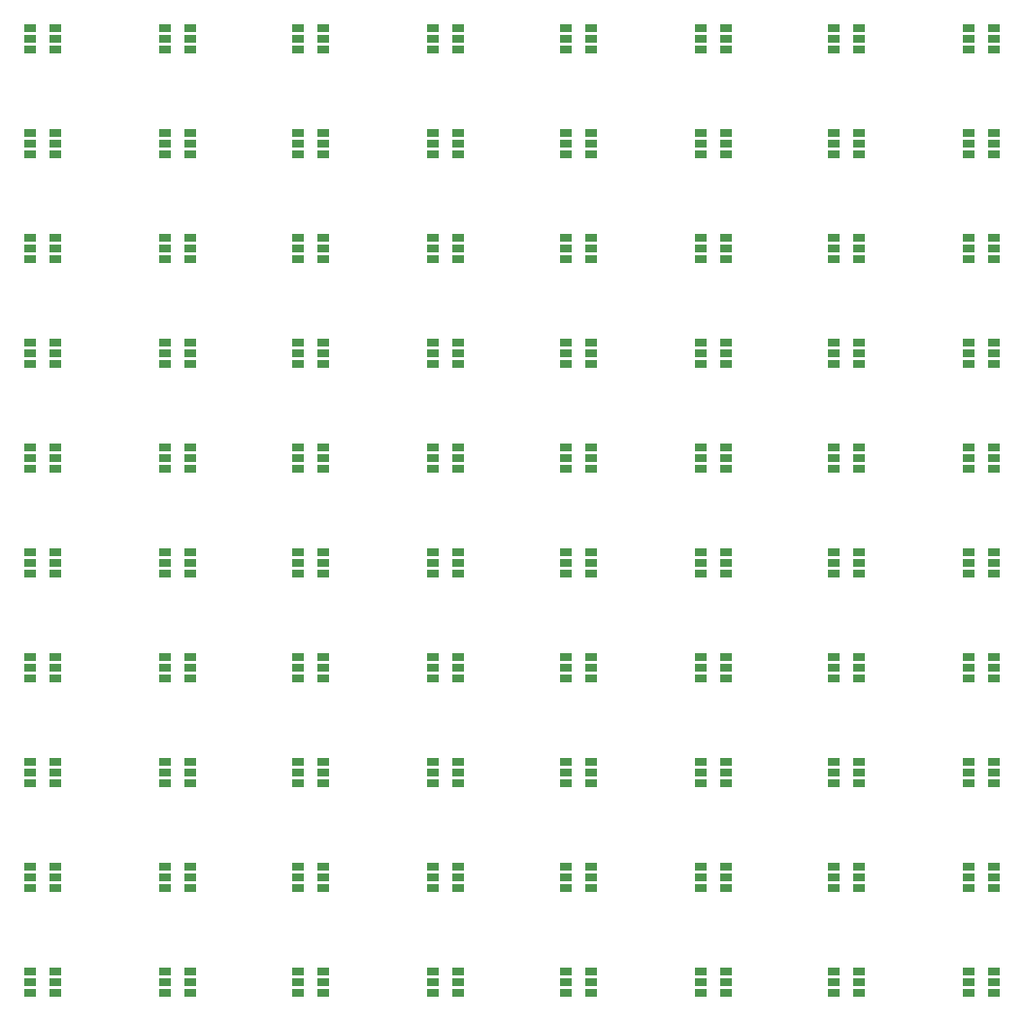
<source format=gbr>
G04 #@! TF.GenerationSoftware,KiCad,Pcbnew,(5.1.4)-1*
G04 #@! TF.CreationDate,2020-04-16T14:38:51+01:00*
G04 #@! TF.ProjectId,sot23Breakout,736f7432-3342-4726-9561-6b6f75742e6b,rev?*
G04 #@! TF.SameCoordinates,Original*
G04 #@! TF.FileFunction,Paste,Top*
G04 #@! TF.FilePolarity,Positive*
%FSLAX46Y46*%
G04 Gerber Fmt 4.6, Leading zero omitted, Abs format (unit mm)*
G04 Created by KiCad (PCBNEW (5.1.4)-1) date 2020-04-16 14:38:51*
%MOMM*%
%LPD*%
G04 APERTURE LIST*
%ADD10R,1.060000X0.650000*%
G04 APERTURE END LIST*
D10*
X96626000Y-58682000D03*
X96626000Y-57732000D03*
X96626000Y-59632000D03*
X94426000Y-59632000D03*
X94426000Y-58682000D03*
X94426000Y-57732000D03*
X84920000Y-49530000D03*
X84920000Y-48580000D03*
X84920000Y-50480000D03*
X82720000Y-50480000D03*
X82720000Y-49530000D03*
X82720000Y-48580000D03*
X73258000Y-49538000D03*
X73258000Y-48588000D03*
X73258000Y-50488000D03*
X71058000Y-50488000D03*
X71058000Y-49538000D03*
X71058000Y-48588000D03*
X117794000Y-48588000D03*
X117794000Y-49538000D03*
X117794000Y-50488000D03*
X119994000Y-50488000D03*
X119994000Y-48588000D03*
X119994000Y-49538000D03*
X131656000Y-58674000D03*
X131656000Y-57724000D03*
X131656000Y-59624000D03*
X129456000Y-59624000D03*
X129456000Y-58674000D03*
X129456000Y-57724000D03*
X71058000Y-57732000D03*
X71058000Y-58682000D03*
X71058000Y-59632000D03*
X73258000Y-59632000D03*
X73258000Y-57732000D03*
X73258000Y-58682000D03*
X141162000Y-57732000D03*
X141162000Y-58682000D03*
X141162000Y-59632000D03*
X143362000Y-59632000D03*
X143362000Y-57732000D03*
X143362000Y-58682000D03*
X119994000Y-58682000D03*
X119994000Y-57732000D03*
X119994000Y-59632000D03*
X117794000Y-59632000D03*
X117794000Y-58682000D03*
X117794000Y-57732000D03*
X129456000Y-48580000D03*
X129456000Y-49530000D03*
X129456000Y-50480000D03*
X131656000Y-50480000D03*
X131656000Y-48580000D03*
X131656000Y-49530000D03*
X61552000Y-58674000D03*
X61552000Y-57724000D03*
X61552000Y-59624000D03*
X59352000Y-59624000D03*
X59352000Y-58674000D03*
X59352000Y-57724000D03*
X108288000Y-49530000D03*
X108288000Y-48580000D03*
X108288000Y-50480000D03*
X106088000Y-50480000D03*
X106088000Y-49530000D03*
X106088000Y-48580000D03*
X94426000Y-48588000D03*
X94426000Y-49538000D03*
X94426000Y-50488000D03*
X96626000Y-50488000D03*
X96626000Y-48588000D03*
X96626000Y-49538000D03*
X143362000Y-49538000D03*
X143362000Y-48588000D03*
X143362000Y-50488000D03*
X141162000Y-50488000D03*
X141162000Y-49538000D03*
X141162000Y-48588000D03*
X106088000Y-57724000D03*
X106088000Y-58674000D03*
X106088000Y-59624000D03*
X108288000Y-59624000D03*
X108288000Y-57724000D03*
X108288000Y-58674000D03*
X82720000Y-57724000D03*
X82720000Y-58674000D03*
X82720000Y-59624000D03*
X84920000Y-59624000D03*
X84920000Y-57724000D03*
X84920000Y-58674000D03*
X59352000Y-48580000D03*
X59352000Y-49530000D03*
X59352000Y-50480000D03*
X61552000Y-50480000D03*
X61552000Y-48580000D03*
X61552000Y-49530000D03*
X61552000Y-67818000D03*
X61552000Y-66868000D03*
X61552000Y-68768000D03*
X59352000Y-68768000D03*
X59352000Y-67818000D03*
X59352000Y-66868000D03*
X59352000Y-85156000D03*
X59352000Y-86106000D03*
X59352000Y-87056000D03*
X61552000Y-87056000D03*
X61552000Y-85156000D03*
X61552000Y-86106000D03*
X108288000Y-86106000D03*
X108288000Y-85156000D03*
X108288000Y-87056000D03*
X106088000Y-87056000D03*
X106088000Y-86106000D03*
X106088000Y-85156000D03*
X73258000Y-86114000D03*
X73258000Y-85164000D03*
X73258000Y-87064000D03*
X71058000Y-87064000D03*
X71058000Y-86114000D03*
X71058000Y-85164000D03*
X117794000Y-85164000D03*
X117794000Y-86114000D03*
X117794000Y-87064000D03*
X119994000Y-87064000D03*
X119994000Y-85164000D03*
X119994000Y-86114000D03*
X84920000Y-86106000D03*
X84920000Y-85156000D03*
X84920000Y-87056000D03*
X82720000Y-87056000D03*
X82720000Y-86106000D03*
X82720000Y-85156000D03*
X94426000Y-85164000D03*
X94426000Y-86114000D03*
X94426000Y-87064000D03*
X96626000Y-87064000D03*
X96626000Y-85164000D03*
X96626000Y-86114000D03*
X94426000Y-76020000D03*
X94426000Y-76970000D03*
X94426000Y-77920000D03*
X96626000Y-77920000D03*
X96626000Y-76020000D03*
X96626000Y-76970000D03*
X129456000Y-76012000D03*
X129456000Y-76962000D03*
X129456000Y-77912000D03*
X131656000Y-77912000D03*
X131656000Y-76012000D03*
X131656000Y-76962000D03*
X143362000Y-86114000D03*
X143362000Y-85164000D03*
X143362000Y-87064000D03*
X141162000Y-87064000D03*
X141162000Y-86114000D03*
X141162000Y-85164000D03*
X119994000Y-67826000D03*
X119994000Y-66876000D03*
X119994000Y-68776000D03*
X117794000Y-68776000D03*
X117794000Y-67826000D03*
X117794000Y-66876000D03*
X71058000Y-66876000D03*
X71058000Y-67826000D03*
X71058000Y-68776000D03*
X73258000Y-68776000D03*
X73258000Y-66876000D03*
X73258000Y-67826000D03*
X82720000Y-66868000D03*
X82720000Y-67818000D03*
X82720000Y-68768000D03*
X84920000Y-68768000D03*
X84920000Y-66868000D03*
X84920000Y-67818000D03*
X141162000Y-66876000D03*
X141162000Y-67826000D03*
X141162000Y-68776000D03*
X143362000Y-68776000D03*
X143362000Y-66876000D03*
X143362000Y-67826000D03*
X106088000Y-66868000D03*
X106088000Y-67818000D03*
X106088000Y-68768000D03*
X108288000Y-68768000D03*
X108288000Y-66868000D03*
X108288000Y-67818000D03*
X96626000Y-67826000D03*
X96626000Y-66876000D03*
X96626000Y-68776000D03*
X94426000Y-68776000D03*
X94426000Y-67826000D03*
X94426000Y-66876000D03*
X108288000Y-76962000D03*
X108288000Y-76012000D03*
X108288000Y-77912000D03*
X106088000Y-77912000D03*
X106088000Y-76962000D03*
X106088000Y-76012000D03*
X73258000Y-76970000D03*
X73258000Y-76020000D03*
X73258000Y-77920000D03*
X71058000Y-77920000D03*
X71058000Y-76970000D03*
X71058000Y-76020000D03*
X131656000Y-67818000D03*
X131656000Y-66868000D03*
X131656000Y-68768000D03*
X129456000Y-68768000D03*
X129456000Y-67818000D03*
X129456000Y-66868000D03*
X143362000Y-76970000D03*
X143362000Y-76020000D03*
X143362000Y-77920000D03*
X141162000Y-77920000D03*
X141162000Y-76970000D03*
X141162000Y-76020000D03*
X84920000Y-76962000D03*
X84920000Y-76012000D03*
X84920000Y-77912000D03*
X82720000Y-77912000D03*
X82720000Y-76962000D03*
X82720000Y-76012000D03*
X59352000Y-76012000D03*
X59352000Y-76962000D03*
X59352000Y-77912000D03*
X61552000Y-77912000D03*
X61552000Y-76012000D03*
X61552000Y-76962000D03*
X117794000Y-76020000D03*
X117794000Y-76970000D03*
X117794000Y-77920000D03*
X119994000Y-77920000D03*
X119994000Y-76020000D03*
X119994000Y-76970000D03*
X141162000Y-94308000D03*
X141162000Y-95258000D03*
X141162000Y-96208000D03*
X143362000Y-96208000D03*
X143362000Y-94308000D03*
X143362000Y-95258000D03*
X61552000Y-95250000D03*
X61552000Y-94300000D03*
X61552000Y-96200000D03*
X59352000Y-96200000D03*
X59352000Y-95250000D03*
X59352000Y-94300000D03*
X119994000Y-95258000D03*
X119994000Y-94308000D03*
X119994000Y-96208000D03*
X117794000Y-96208000D03*
X117794000Y-95258000D03*
X117794000Y-94308000D03*
X129456000Y-85156000D03*
X129456000Y-86106000D03*
X129456000Y-87056000D03*
X131656000Y-87056000D03*
X131656000Y-85156000D03*
X131656000Y-86106000D03*
X106088000Y-94300000D03*
X106088000Y-95250000D03*
X106088000Y-96200000D03*
X108288000Y-96200000D03*
X108288000Y-94300000D03*
X108288000Y-95250000D03*
X71058000Y-94308000D03*
X71058000Y-95258000D03*
X71058000Y-96208000D03*
X73258000Y-96208000D03*
X73258000Y-94308000D03*
X73258000Y-95258000D03*
X82720000Y-94300000D03*
X82720000Y-95250000D03*
X82720000Y-96200000D03*
X84920000Y-96200000D03*
X84920000Y-94300000D03*
X84920000Y-95250000D03*
X96626000Y-95258000D03*
X96626000Y-94308000D03*
X96626000Y-96208000D03*
X94426000Y-96208000D03*
X94426000Y-95258000D03*
X94426000Y-94308000D03*
X131656000Y-95250000D03*
X131656000Y-94300000D03*
X131656000Y-96200000D03*
X129456000Y-96200000D03*
X129456000Y-95250000D03*
X129456000Y-94300000D03*
X59352000Y-103444000D03*
X59352000Y-104394000D03*
X59352000Y-105344000D03*
X61552000Y-105344000D03*
X61552000Y-103444000D03*
X61552000Y-104394000D03*
X108288000Y-104394000D03*
X108288000Y-103444000D03*
X108288000Y-105344000D03*
X106088000Y-105344000D03*
X106088000Y-104394000D03*
X106088000Y-103444000D03*
X73258000Y-104402000D03*
X73258000Y-103452000D03*
X73258000Y-105352000D03*
X71058000Y-105352000D03*
X71058000Y-104402000D03*
X71058000Y-103452000D03*
X117794000Y-103452000D03*
X117794000Y-104402000D03*
X117794000Y-105352000D03*
X119994000Y-105352000D03*
X119994000Y-103452000D03*
X119994000Y-104402000D03*
X84920000Y-104394000D03*
X84920000Y-103444000D03*
X84920000Y-105344000D03*
X82720000Y-105344000D03*
X82720000Y-104394000D03*
X82720000Y-103444000D03*
X94426000Y-103452000D03*
X94426000Y-104402000D03*
X94426000Y-105352000D03*
X96626000Y-105352000D03*
X96626000Y-103452000D03*
X96626000Y-104402000D03*
X143362000Y-104402000D03*
X143362000Y-103452000D03*
X143362000Y-105352000D03*
X141162000Y-105352000D03*
X141162000Y-104402000D03*
X141162000Y-103452000D03*
X141162000Y-112596000D03*
X141162000Y-113546000D03*
X141162000Y-114496000D03*
X143362000Y-114496000D03*
X143362000Y-112596000D03*
X143362000Y-113546000D03*
X61552000Y-113538000D03*
X61552000Y-112588000D03*
X61552000Y-114488000D03*
X59352000Y-114488000D03*
X59352000Y-113538000D03*
X59352000Y-112588000D03*
X119994000Y-113546000D03*
X119994000Y-112596000D03*
X119994000Y-114496000D03*
X117794000Y-114496000D03*
X117794000Y-113546000D03*
X117794000Y-112596000D03*
X129456000Y-103444000D03*
X129456000Y-104394000D03*
X129456000Y-105344000D03*
X131656000Y-105344000D03*
X131656000Y-103444000D03*
X131656000Y-104394000D03*
X106088000Y-112588000D03*
X106088000Y-113538000D03*
X106088000Y-114488000D03*
X108288000Y-114488000D03*
X108288000Y-112588000D03*
X108288000Y-113538000D03*
X71058000Y-112596000D03*
X71058000Y-113546000D03*
X71058000Y-114496000D03*
X73258000Y-114496000D03*
X73258000Y-112596000D03*
X73258000Y-113546000D03*
X82720000Y-112588000D03*
X82720000Y-113538000D03*
X82720000Y-114488000D03*
X84920000Y-114488000D03*
X84920000Y-112588000D03*
X84920000Y-113538000D03*
X96626000Y-113546000D03*
X96626000Y-112596000D03*
X96626000Y-114496000D03*
X94426000Y-114496000D03*
X94426000Y-113546000D03*
X94426000Y-112596000D03*
X131656000Y-113538000D03*
X131656000Y-112588000D03*
X131656000Y-114488000D03*
X129456000Y-114488000D03*
X129456000Y-113538000D03*
X129456000Y-112588000D03*
X141162000Y-121740000D03*
X141162000Y-122690000D03*
X141162000Y-123640000D03*
X143362000Y-123640000D03*
X143362000Y-121740000D03*
X143362000Y-122690000D03*
X61552000Y-122682000D03*
X61552000Y-121732000D03*
X61552000Y-123632000D03*
X59352000Y-123632000D03*
X59352000Y-122682000D03*
X59352000Y-121732000D03*
X119994000Y-122690000D03*
X119994000Y-121740000D03*
X119994000Y-123640000D03*
X117794000Y-123640000D03*
X117794000Y-122690000D03*
X117794000Y-121740000D03*
X106088000Y-121732000D03*
X106088000Y-122682000D03*
X106088000Y-123632000D03*
X108288000Y-123632000D03*
X108288000Y-121732000D03*
X108288000Y-122682000D03*
X71058000Y-121740000D03*
X71058000Y-122690000D03*
X71058000Y-123640000D03*
X73258000Y-123640000D03*
X73258000Y-121740000D03*
X73258000Y-122690000D03*
X82720000Y-121732000D03*
X82720000Y-122682000D03*
X82720000Y-123632000D03*
X84920000Y-123632000D03*
X84920000Y-121732000D03*
X84920000Y-122682000D03*
X96626000Y-122690000D03*
X96626000Y-121740000D03*
X96626000Y-123640000D03*
X94426000Y-123640000D03*
X94426000Y-122690000D03*
X94426000Y-121740000D03*
X131656000Y-122682000D03*
X131656000Y-121732000D03*
X131656000Y-123632000D03*
X129456000Y-123632000D03*
X129456000Y-122682000D03*
X129456000Y-121732000D03*
X108288000Y-131826000D03*
X108288000Y-130876000D03*
X108288000Y-132776000D03*
X106088000Y-132776000D03*
X106088000Y-131826000D03*
X106088000Y-130876000D03*
X117794000Y-130884000D03*
X117794000Y-131834000D03*
X117794000Y-132784000D03*
X119994000Y-132784000D03*
X119994000Y-130884000D03*
X119994000Y-131834000D03*
X129456000Y-130876000D03*
X129456000Y-131826000D03*
X129456000Y-132776000D03*
X131656000Y-132776000D03*
X131656000Y-130876000D03*
X131656000Y-131826000D03*
X143362000Y-131834000D03*
X143362000Y-130884000D03*
X143362000Y-132784000D03*
X141162000Y-132784000D03*
X141162000Y-131834000D03*
X141162000Y-130884000D03*
X84920000Y-131826000D03*
X84920000Y-130876000D03*
X84920000Y-132776000D03*
X82720000Y-132776000D03*
X82720000Y-131826000D03*
X82720000Y-130876000D03*
X94426000Y-130884000D03*
X94426000Y-131834000D03*
X94426000Y-132784000D03*
X96626000Y-132784000D03*
X96626000Y-130884000D03*
X96626000Y-131834000D03*
X73258000Y-131834000D03*
X73258000Y-130884000D03*
X73258000Y-132784000D03*
X71058000Y-132784000D03*
X71058000Y-131834000D03*
X71058000Y-130884000D03*
X59352000Y-130876000D03*
X59352000Y-131826000D03*
X59352000Y-132776000D03*
X61552000Y-132776000D03*
X61552000Y-130876000D03*
X61552000Y-131826000D03*
M02*

</source>
